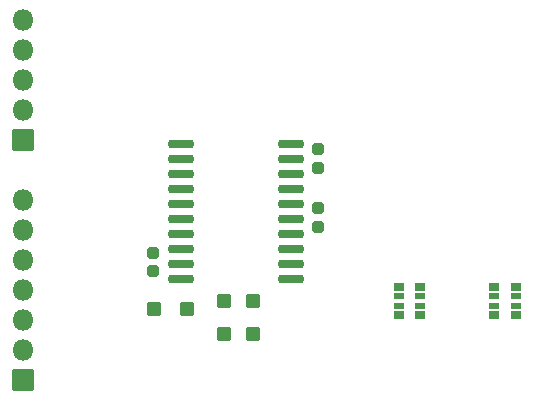
<source format=gts>
G04 #@! TF.GenerationSoftware,KiCad,Pcbnew,6.0.1-79c1e3a40b~116~ubuntu21.04.1*
G04 #@! TF.CreationDate,2022-02-15T19:11:41-05:00*
G04 #@! TF.ProjectId,ESC_driver,4553435f-6472-4697-9665-722e6b696361,rev?*
G04 #@! TF.SameCoordinates,Original*
G04 #@! TF.FileFunction,Soldermask,Top*
G04 #@! TF.FilePolarity,Negative*
%FSLAX46Y46*%
G04 Gerber Fmt 4.6, Leading zero omitted, Abs format (unit mm)*
G04 Created by KiCad (PCBNEW 6.0.1-79c1e3a40b~116~ubuntu21.04.1) date 2022-02-15 19:11:41*
%MOMM*%
%LPD*%
G01*
G04 APERTURE LIST*
G04 Aperture macros list*
%AMRoundRect*
0 Rectangle with rounded corners*
0 $1 Rounding radius*
0 $2 $3 $4 $5 $6 $7 $8 $9 X,Y pos of 4 corners*
0 Add a 4 corners polygon primitive as box body*
4,1,4,$2,$3,$4,$5,$6,$7,$8,$9,$2,$3,0*
0 Add four circle primitives for the rounded corners*
1,1,$1+$1,$2,$3*
1,1,$1+$1,$4,$5*
1,1,$1+$1,$6,$7*
1,1,$1+$1,$8,$9*
0 Add four rect primitives between the rounded corners*
20,1,$1+$1,$2,$3,$4,$5,0*
20,1,$1+$1,$4,$5,$6,$7,0*
20,1,$1+$1,$6,$7,$8,$9,0*
20,1,$1+$1,$8,$9,$2,$3,0*%
G04 Aperture macros list end*
%ADD10RoundRect,0.268750X-0.256250X0.218750X-0.256250X-0.218750X0.256250X-0.218750X0.256250X0.218750X0*%
%ADD11RoundRect,0.268750X0.256250X-0.218750X0.256250X0.218750X-0.256250X0.218750X-0.256250X-0.218750X0*%
%ADD12RoundRect,0.050000X-0.550000X0.550000X-0.550000X-0.550000X0.550000X-0.550000X0.550000X0.550000X0*%
%ADD13RoundRect,0.050000X0.550000X0.550000X-0.550000X0.550000X-0.550000X-0.550000X0.550000X-0.550000X0*%
%ADD14RoundRect,0.050000X-0.400000X-0.250000X0.400000X-0.250000X0.400000X0.250000X-0.400000X0.250000X0*%
%ADD15RoundRect,0.050000X-0.400000X-0.200000X0.400000X-0.200000X0.400000X0.200000X-0.400000X0.200000X0*%
%ADD16RoundRect,0.050000X0.400000X0.250000X-0.400000X0.250000X-0.400000X-0.250000X0.400000X-0.250000X0*%
%ADD17RoundRect,0.050000X0.400000X0.200000X-0.400000X0.200000X-0.400000X-0.200000X0.400000X-0.200000X0*%
%ADD18RoundRect,0.200000X-0.875000X-0.150000X0.875000X-0.150000X0.875000X0.150000X-0.875000X0.150000X0*%
%ADD19RoundRect,0.050000X0.850000X0.850000X-0.850000X0.850000X-0.850000X-0.850000X0.850000X-0.850000X0*%
%ADD20O,1.800000X1.800000*%
G04 APERTURE END LIST*
D10*
X122145000Y-139449500D03*
X122145000Y-141024500D03*
X122145000Y-144449500D03*
X122145000Y-146024500D03*
D11*
X108145000Y-149812000D03*
X108145000Y-148237000D03*
D12*
X114145000Y-152337000D03*
X114145000Y-155137000D03*
X116645000Y-152337000D03*
X116645000Y-155137000D03*
D13*
X111045000Y-153037000D03*
X108245000Y-153037000D03*
D14*
X128945000Y-151137000D03*
D15*
X128945000Y-151937000D03*
X128945000Y-152737000D03*
D14*
X128945000Y-153537000D03*
X130745000Y-153537000D03*
D15*
X130745000Y-152737000D03*
X130745000Y-151937000D03*
D14*
X130745000Y-151137000D03*
D16*
X138845000Y-153537000D03*
D17*
X138845000Y-152737000D03*
X138845000Y-151937000D03*
D16*
X138845000Y-151137000D03*
X137045000Y-151137000D03*
D17*
X137045000Y-151937000D03*
X137045000Y-152737000D03*
D16*
X137045000Y-153537000D03*
D18*
X110495000Y-139022000D03*
X110495000Y-140292000D03*
X110495000Y-141562000D03*
X110495000Y-142832000D03*
X110495000Y-144102000D03*
X110495000Y-145372000D03*
X110495000Y-146642000D03*
X110495000Y-147912000D03*
X110495000Y-149182000D03*
X110495000Y-150452000D03*
X119795000Y-150452000D03*
X119795000Y-149182000D03*
X119795000Y-147912000D03*
X119795000Y-146642000D03*
X119795000Y-145372000D03*
X119795000Y-144102000D03*
X119795000Y-142832000D03*
X119795000Y-141562000D03*
X119795000Y-140292000D03*
X119795000Y-139022000D03*
D19*
X97175000Y-158999000D03*
D20*
X97175000Y-156459000D03*
X97175000Y-153919000D03*
X97175000Y-151379000D03*
X97175000Y-148839000D03*
X97175000Y-146299000D03*
X97175000Y-143759000D03*
D19*
X97175000Y-138679000D03*
D20*
X97175000Y-136139000D03*
X97175000Y-133599000D03*
X97175000Y-131059000D03*
X97175000Y-128519000D03*
M02*

</source>
